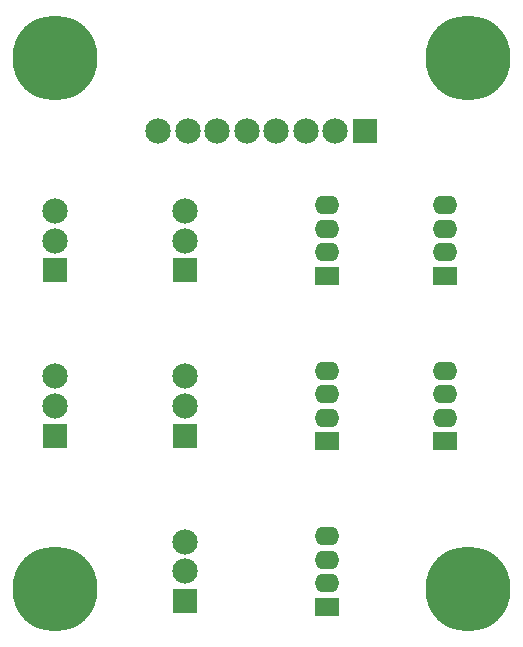
<source format=gbr>
G04 #@! TF.FileFunction,Soldermask,Top*
%FSLAX46Y46*%
G04 Gerber Fmt 4.6, Leading zero omitted, Abs format (unit mm)*
G04 Created by KiCad (PCBNEW 4.0.3+e1-6302~38~ubuntu15.04.1-stable) date Sun Sep 25 08:18:55 2016*
%MOMM*%
%LPD*%
G01*
G04 APERTURE LIST*
%ADD10C,0.100000*%
%ADD11C,7.200000*%
%ADD12R,2.150000X2.150000*%
%ADD13C,2.150000*%
%ADD14R,2.100000X1.600000*%
%ADD15O,2.100000X1.600000*%
G04 APERTURE END LIST*
D10*
D11*
X50000000Y-55000000D03*
X85000000Y-55000000D03*
X50000000Y-100000000D03*
X85000000Y-100000000D03*
D12*
X76250000Y-61250000D03*
D13*
X73750000Y-61250000D03*
X71250000Y-61250000D03*
X68750000Y-61250000D03*
X66250000Y-61250000D03*
X63750000Y-61250000D03*
X61250000Y-61250000D03*
X58750000Y-61250000D03*
D12*
X50000000Y-73000000D03*
D13*
X50000000Y-70500000D03*
X50000000Y-68000000D03*
D12*
X61000000Y-73000000D03*
D13*
X61000000Y-70500000D03*
X61000000Y-68000000D03*
D12*
X50000000Y-87000000D03*
D13*
X50000000Y-84500000D03*
X50000000Y-82000000D03*
D12*
X61000000Y-87000000D03*
D13*
X61000000Y-84500000D03*
X61000000Y-82000000D03*
D12*
X61000000Y-101000000D03*
D13*
X61000000Y-98500000D03*
X61000000Y-96000000D03*
D14*
X73000000Y-73500000D03*
D15*
X73000000Y-71500000D03*
X73000000Y-69500000D03*
X73000000Y-67500000D03*
D14*
X83000000Y-73500000D03*
D15*
X83000000Y-71500000D03*
X83000000Y-69500000D03*
X83000000Y-67500000D03*
D14*
X73000000Y-87500000D03*
D15*
X73000000Y-85500000D03*
X73000000Y-83500000D03*
X73000000Y-81500000D03*
D14*
X83000000Y-87500000D03*
D15*
X83000000Y-85500000D03*
X83000000Y-83500000D03*
X83000000Y-81500000D03*
D14*
X73000000Y-101500000D03*
D15*
X73000000Y-99500000D03*
X73000000Y-97500000D03*
X73000000Y-95500000D03*
M02*

</source>
